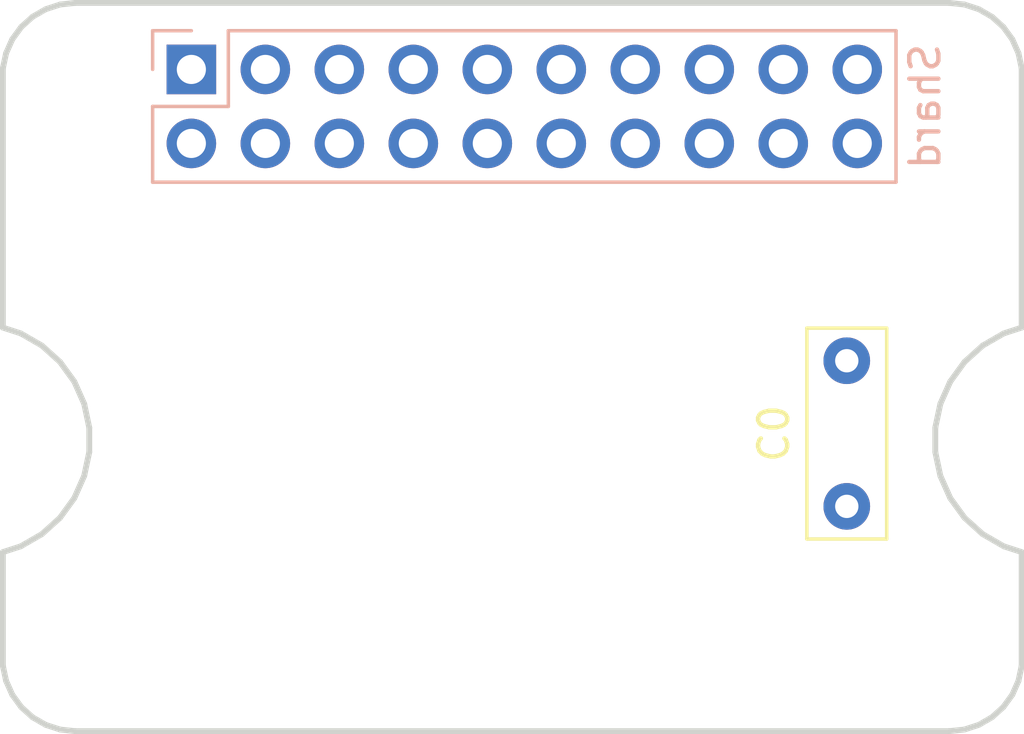
<source format=kicad_pcb>
(kicad_pcb (version 20171130) (host pcbnew "(5.0.1-3-g963ef8bb5)")

  (general
    (thickness 1.6)
    (drawings 60)
    (tracks 0)
    (zones 0)
    (modules 2)
    (nets 17)
  )

  (page A4)
  (layers
    (0 F.Cu signal)
    (31 B.Cu signal)
    (32 B.Adhes user)
    (33 F.Adhes user)
    (34 B.Paste user)
    (35 F.Paste user)
    (36 B.SilkS user)
    (37 F.SilkS user)
    (38 B.Mask user)
    (39 F.Mask user)
    (40 Dwgs.User user)
    (41 Cmts.User user)
    (42 Eco1.User user)
    (43 Eco2.User user)
    (44 Edge.Cuts user)
    (45 Margin user)
    (46 B.CrtYd user)
    (47 F.CrtYd user)
    (48 B.Fab user)
    (49 F.Fab user)
  )

  (setup
    (last_trace_width 0.25)
    (trace_clearance 0.2)
    (zone_clearance 0.508)
    (zone_45_only no)
    (trace_min 0.2)
    (segment_width 0.2)
    (edge_width 0.15)
    (via_size 0.8)
    (via_drill 0.4)
    (via_min_size 0.4)
    (via_min_drill 0.3)
    (uvia_size 0.3)
    (uvia_drill 0.1)
    (uvias_allowed no)
    (uvia_min_size 0.2)
    (uvia_min_drill 0.1)
    (pcb_text_width 0.3)
    (pcb_text_size 1.5 1.5)
    (mod_edge_width 0.15)
    (mod_text_size 1 1)
    (mod_text_width 0.15)
    (pad_size 1.524 1.524)
    (pad_drill 0.762)
    (pad_to_mask_clearance 0.051)
    (solder_mask_min_width 0.25)
    (aux_axis_origin 0 0)
    (visible_elements FFFFFF7F)
    (pcbplotparams
      (layerselection 0x010fc_ffffffff)
      (usegerberextensions false)
      (usegerberattributes false)
      (usegerberadvancedattributes false)
      (creategerberjobfile false)
      (excludeedgelayer true)
      (linewidth 0.100000)
      (plotframeref false)
      (viasonmask false)
      (mode 1)
      (useauxorigin false)
      (hpglpennumber 1)
      (hpglpenspeed 20)
      (hpglpendiameter 15.000000)
      (psnegative false)
      (psa4output false)
      (plotreference true)
      (plotvalue true)
      (plotinvisibletext false)
      (padsonsilk false)
      (subtractmaskfromsilk false)
      (outputformat 1)
      (mirror false)
      (drillshape 1)
      (scaleselection 1)
      (outputdirectory ""))
  )

  (net 0 "")
  (net 1 +3V3)
  (net 2 D+)
  (net 3 D_CS)
  (net 4 UP)
  (net 5 D_DC)
  (net 6 DOWN)
  (net 7 D_RST)
  (net 8 LEFT)
  (net 9 D_MOSI)
  (net 10 RIGHT)
  (net 11 D_SCK)
  (net 12 SND)
  (net 13 RESET)
  (net 14 BTN_C)
  (net 15 BTN_B)
  (net 16 BTN_A)

  (net_class Default "This is the default net class."
    (clearance 0.2)
    (trace_width 0.25)
    (via_dia 0.8)
    (via_drill 0.4)
    (uvia_dia 0.3)
    (uvia_drill 0.1)
    (add_net +3V3)
    (add_net BTN_A)
    (add_net BTN_B)
    (add_net BTN_C)
    (add_net D+)
    (add_net DOWN)
    (add_net D_CS)
    (add_net D_DC)
    (add_net D_MOSI)
    (add_net D_RST)
    (add_net D_SCK)
    (add_net LEFT)
    (add_net RESET)
    (add_net RIGHT)
    (add_net SND)
    (add_net UP)
  )

  (module Capacitor_THT:C_Rect_L7.0mm_W2.5mm_P5.00mm (layer F.Cu) (tedit 5AE50EF0) (tstamp 5BDBA357)
    (at 147.5 70 90)
    (descr "C, Rect series, Radial, pin pitch=5.00mm, , length*width=7*2.5mm^2, Capacitor")
    (tags "C Rect series Radial pin pitch 5.00mm  length 7mm width 2.5mm Capacitor")
    (path /5BE6947B)
    (fp_text reference C0 (at 2.5 -2.5 90) (layer F.SilkS)
      (effects (font (size 1 1) (thickness 0.15)))
    )
    (fp_text value C (at 2.5 2.5 90) (layer F.Fab)
      (effects (font (size 1 1) (thickness 0.15)))
    )
    (fp_line (start -1 -1.25) (end -1 1.25) (layer F.Fab) (width 0.1))
    (fp_line (start -1 1.25) (end 6 1.25) (layer F.Fab) (width 0.1))
    (fp_line (start 6 1.25) (end 6 -1.25) (layer F.Fab) (width 0.1))
    (fp_line (start 6 -1.25) (end -1 -1.25) (layer F.Fab) (width 0.1))
    (fp_line (start -1.12 -1.37) (end 6.12 -1.37) (layer F.SilkS) (width 0.12))
    (fp_line (start -1.12 1.37) (end 6.12 1.37) (layer F.SilkS) (width 0.12))
    (fp_line (start -1.12 -1.37) (end -1.12 1.37) (layer F.SilkS) (width 0.12))
    (fp_line (start 6.12 -1.37) (end 6.12 1.37) (layer F.SilkS) (width 0.12))
    (fp_line (start -1.25 -1.5) (end -1.25 1.5) (layer F.CrtYd) (width 0.05))
    (fp_line (start -1.25 1.5) (end 6.25 1.5) (layer F.CrtYd) (width 0.05))
    (fp_line (start 6.25 1.5) (end 6.25 -1.5) (layer F.CrtYd) (width 0.05))
    (fp_line (start 6.25 -1.5) (end -1.25 -1.5) (layer F.CrtYd) (width 0.05))
    (fp_text user %R (at 2.5 0 90) (layer F.Fab)
      (effects (font (size 1 1) (thickness 0.15)))
    )
    (pad 1 thru_hole circle (at 0 0 90) (size 1.6 1.6) (drill 0.8) (layers *.Cu *.Mask)
      (net 1 +3V3))
    (pad 2 thru_hole circle (at 5 0 90) (size 1.6 1.6) (drill 0.8) (layers *.Cu *.Mask)
      (net 2 D+))
    (model ${KISYS3DMOD}/Capacitor_THT.3dshapes/C_Rect_L7.0mm_W2.5mm_P5.00mm.wrl
      (at (xyz 0 0 0))
      (scale (xyz 1 1 1))
      (rotate (xyz 0 0 0))
    )
  )

  (module Connector_PinHeader_2.54mm:PinHeader_2x10_P2.54mm_Vertical (layer B.Cu) (tedit 5BD60583) (tstamp 5BDBA197)
    (at 125 55 270)
    (descr "Through hole straight pin header, 2x10, 2.54mm pitch, double rows")
    (tags "Through hole pin header THT 2x10 2.54mm double row")
    (path /5BE693B2)
    (fp_text reference J0 (at 1.27 2.33 270) (layer B.Fab)
      (effects (font (size 1 1) (thickness 0.15)) (justify mirror))
    )
    (fp_text value Shard (at 1.27 -25.19 270) (layer B.SilkS)
      (effects (font (size 1 1) (thickness 0.15)) (justify mirror))
    )
    (fp_line (start 0 1.27) (end 3.81 1.27) (layer B.Fab) (width 0.1))
    (fp_line (start 3.81 1.27) (end 3.81 -24.13) (layer B.Fab) (width 0.1))
    (fp_line (start 3.81 -24.13) (end -1.27 -24.13) (layer B.Fab) (width 0.1))
    (fp_line (start -1.27 -24.13) (end -1.27 0) (layer B.Fab) (width 0.1))
    (fp_line (start -1.27 0) (end 0 1.27) (layer B.Fab) (width 0.1))
    (fp_line (start -1.33 -24.19) (end 3.87 -24.19) (layer B.SilkS) (width 0.12))
    (fp_line (start -1.33 -1.27) (end -1.33 -24.19) (layer B.SilkS) (width 0.12))
    (fp_line (start 3.87 1.33) (end 3.87 -24.19) (layer B.SilkS) (width 0.12))
    (fp_line (start -1.33 -1.27) (end 1.27 -1.27) (layer B.SilkS) (width 0.12))
    (fp_line (start 1.27 -1.27) (end 1.27 1.33) (layer B.SilkS) (width 0.12))
    (fp_line (start 1.27 1.33) (end 3.87 1.33) (layer B.SilkS) (width 0.12))
    (fp_line (start -1.33 0) (end -1.33 1.33) (layer B.SilkS) (width 0.12))
    (fp_line (start -1.33 1.33) (end 0 1.33) (layer B.SilkS) (width 0.12))
    (fp_line (start -1.8 1.8) (end -1.8 -24.65) (layer B.CrtYd) (width 0.05))
    (fp_line (start -1.8 -24.65) (end 4.35 -24.65) (layer B.CrtYd) (width 0.05))
    (fp_line (start 4.35 -24.65) (end 4.35 1.8) (layer B.CrtYd) (width 0.05))
    (fp_line (start 4.35 1.8) (end -1.8 1.8) (layer B.CrtYd) (width 0.05))
    (fp_text user %R (at 1.27 -11.43 180) (layer B.Fab)
      (effects (font (size 1 1) (thickness 0.15)) (justify mirror))
    )
    (pad 1 thru_hole rect (at 0 0 270) (size 1.7 1.7) (drill 1) (layers *.Cu *.Mask)
      (net 1 +3V3))
    (pad 2 thru_hole oval (at 2.54 0 270) (size 1.7 1.7) (drill 1) (layers *.Cu *.Mask)
      (net 3 D_CS))
    (pad 3 thru_hole oval (at 0 -2.54 270) (size 1.7 1.7) (drill 1) (layers *.Cu *.Mask)
      (net 4 UP))
    (pad 4 thru_hole oval (at 2.54 -2.54 270) (size 1.7 1.7) (drill 1) (layers *.Cu *.Mask)
      (net 5 D_DC))
    (pad 5 thru_hole oval (at 0 -5.08 270) (size 1.7 1.7) (drill 1) (layers *.Cu *.Mask)
      (net 6 DOWN))
    (pad 6 thru_hole oval (at 2.54 -5.08 270) (size 1.7 1.7) (drill 1) (layers *.Cu *.Mask)
      (net 7 D_RST))
    (pad 7 thru_hole oval (at 0 -7.62 270) (size 1.7 1.7) (drill 1) (layers *.Cu *.Mask)
      (net 8 LEFT))
    (pad 8 thru_hole oval (at 2.54 -7.62 270) (size 1.7 1.7) (drill 1) (layers *.Cu *.Mask)
      (net 9 D_MOSI))
    (pad 9 thru_hole oval (at 0 -10.16 270) (size 1.7 1.7) (drill 1) (layers *.Cu *.Mask)
      (net 10 RIGHT))
    (pad 10 thru_hole oval (at 2.54 -10.16 270) (size 1.7 1.7) (drill 1) (layers *.Cu *.Mask)
      (net 11 D_SCK))
    (pad 11 thru_hole oval (at 0 -12.7 270) (size 1.7 1.7) (drill 1) (layers *.Cu *.Mask)
      (net 12 SND))
    (pad 12 thru_hole oval (at 2.54 -12.7 270) (size 1.7 1.7) (drill 1) (layers *.Cu *.Mask)
      (net 2 D+))
    (pad 13 thru_hole oval (at 0 -15.24 270) (size 1.7 1.7) (drill 1) (layers *.Cu *.Mask)
      (net 13 RESET))
    (pad 14 thru_hole oval (at 2.54 -15.24 270) (size 1.7 1.7) (drill 1) (layers *.Cu *.Mask)
      (net 2 D+))
    (pad 15 thru_hole oval (at 0 -17.78 270) (size 1.7 1.7) (drill 1) (layers *.Cu *.Mask)
      (net 14 BTN_C))
    (pad 16 thru_hole oval (at 2.54 -17.78 270) (size 1.7 1.7) (drill 1) (layers *.Cu *.Mask)
      (net 2 D+))
    (pad 17 thru_hole oval (at 0 -20.32 270) (size 1.7 1.7) (drill 1) (layers *.Cu *.Mask)
      (net 15 BTN_B))
    (pad 18 thru_hole oval (at 2.54 -20.32 270) (size 1.7 1.7) (drill 1) (layers *.Cu *.Mask)
      (net 2 D+))
    (pad 19 thru_hole oval (at 0 -22.86 270) (size 1.7 1.7) (drill 1) (layers *.Cu *.Mask)
      (net 16 BTN_A))
    (pad 20 thru_hole oval (at 2.54 -22.86 270) (size 1.7 1.7) (drill 1) (layers *.Cu *.Mask)
      (net 2 D+))
    (model ${KISYS3DMOD}/Connector_PinHeader_2.54mm.3dshapes/PinHeader_2x10_P2.54mm_Vertical.wrl
      (at (xyz 0 0 0))
      (scale (xyz 1 1 1))
      (rotate (xyz 0 0 0))
    )
  )

  (gr_line (start 119.15898 76.8889) (end 119.54738 77.2386) (layer Edge.Cuts) (width 0.2))
  (gr_line (start 150.53873 68.1342) (end 150.53873 67.298) (layer Edge.Cuts) (width 0.2))
  (gr_line (start 150.71263 68.9522) (end 150.53873 68.1342) (layer Edge.Cuts) (width 0.2))
  (gr_line (start 150.71263 66.48) (end 151.05273 65.7161) (layer Edge.Cuts) (width 0.2))
  (gr_line (start 150.53873 67.298) (end 150.71263 66.48) (layer Edge.Cuts) (width 0.2))
  (gr_line (start 151.54423 65.03957) (end 152.16563 64.48003) (layer Edge.Cuts) (width 0.2))
  (gr_line (start 151.05273 65.7161) (end 151.54423 65.03957) (layer Edge.Cuts) (width 0.2))
  (gr_line (start 118.63919 75.9886) (end 118.85178 76.4661) (layer Edge.Cuts) (width 0.2))
  (gr_line (start 152.87463 76.8889) (end 153.18193 76.4661) (layer Edge.Cuts) (width 0.2))
  (gr_line (start 152.48633 77.2386) (end 152.87463 76.8889) (layer Edge.Cuts) (width 0.2))
  (gr_line (start 119.54738 77.2386) (end 120 77.5) (layer Edge.Cuts) (width 0.2))
  (gr_line (start 153.18193 53.96612) (end 152.87463 53.54328) (layer Edge.Cuts) (width 0.2))
  (gr_line (start 153.39443 54.443563) (end 153.18193 53.96612) (layer Edge.Cuts) (width 0.2))
  (gr_line (start 153.50313 54.954793) (end 153.39443 54.443563) (layer Edge.Cuts) (width 0.2))
  (gr_line (start 118.53053 75.4774) (end 118.63919 75.9886) (layer Edge.Cuts) (width 0.2))
  (gr_line (start 118.53053 71.5695) (end 118.53053 75.4774) (layer Edge.Cuts) (width 0.2))
  (gr_line (start 119.14378 71.3703) (end 118.53053 71.5695) (layer Edge.Cuts) (width 0.2))
  (gr_line (start 119.86798 70.9522) (end 119.14378 71.3703) (layer Edge.Cuts) (width 0.2))
  (gr_line (start 120.48941 70.3926) (end 119.86798 70.9522) (layer Edge.Cuts) (width 0.2))
  (gr_line (start 120.980941 69.7161) (end 120.48941 70.3926) (layer Edge.Cuts) (width 0.2))
  (gr_line (start 121.321044 68.9522) (end 120.980941 69.7161) (layer Edge.Cuts) (width 0.2))
  (gr_line (start 121.494903 68.1342) (end 121.321044 68.9522) (layer Edge.Cuts) (width 0.2))
  (gr_line (start 121.494903 67.298) (end 121.494903 68.1342) (layer Edge.Cuts) (width 0.2))
  (gr_line (start 121.321044 66.48) (end 121.494903 67.298) (layer Edge.Cuts) (width 0.2))
  (gr_line (start 120.980941 65.7161) (end 121.321044 66.48) (layer Edge.Cuts) (width 0.2))
  (gr_line (start 120.48941 65.03957) (end 120.980941 65.7161) (layer Edge.Cuts) (width 0.2))
  (gr_line (start 119.86798 64.48003) (end 120.48941 65.03957) (layer Edge.Cuts) (width 0.2))
  (gr_line (start 119.14378 64.06191) (end 119.86798 64.48003) (layer Edge.Cuts) (width 0.2))
  (gr_line (start 118.53053 63.86266) (end 119.14378 64.06191) (layer Edge.Cuts) (width 0.2))
  (gr_line (start 118.53053 54.954793) (end 118.53053 63.86266) (layer Edge.Cuts) (width 0.2))
  (gr_line (start 118.63919 54.443563) (end 118.53053 54.954793) (layer Edge.Cuts) (width 0.2))
  (gr_line (start 118.85178 53.9661) (end 118.63919 54.443563) (layer Edge.Cuts) (width 0.2))
  (gr_line (start 119.15898 53.54328) (end 118.85178 53.9661) (layer Edge.Cuts) (width 0.2))
  (gr_line (start 119.54738 53.19356) (end 119.15898 53.54328) (layer Edge.Cuts) (width 0.2))
  (gr_line (start 120 52.93224) (end 119.54738 53.19356) (layer Edge.Cuts) (width 0.2))
  (gr_line (start 120.497055 52.77074) (end 120 52.93224) (layer Edge.Cuts) (width 0.2))
  (gr_line (start 121.01683 52.7161) (end 120.497055 52.77074) (layer Edge.Cuts) (width 0.2))
  (gr_line (start 153.50313 63.86266) (end 153.50313 54.954793) (layer Edge.Cuts) (width 0.2))
  (gr_line (start 152.88983 64.06191) (end 153.50313 63.86266) (layer Edge.Cuts) (width 0.2))
  (gr_line (start 152.16563 64.48003) (end 152.88983 64.06191) (layer Edge.Cuts) (width 0.2))
  (gr_line (start 153.50313 71.5695) (end 152.88983 71.3703) (layer Edge.Cuts) (width 0.2))
  (gr_line (start 153.50313 75.4774) (end 153.50313 71.5695) (layer Edge.Cuts) (width 0.2))
  (gr_line (start 152.16563 70.9522) (end 151.54423 70.3926) (layer Edge.Cuts) (width 0.2))
  (gr_line (start 152.88983 71.3703) (end 152.16563 70.9522) (layer Edge.Cuts) (width 0.2))
  (gr_line (start 152.03363 77.5) (end 152.48633 77.2386) (layer Edge.Cuts) (width 0.2))
  (gr_line (start 151.53663 77.6615) (end 152.03363 77.5) (layer Edge.Cuts) (width 0.2))
  (gr_line (start 151.01683 52.7161) (end 121.01683 52.7161) (layer Edge.Cuts) (width 0.2))
  (gr_line (start 151.53663 52.77074) (end 151.01683 52.7161) (layer Edge.Cuts) (width 0.2))
  (gr_line (start 152.03363 52.93224) (end 151.53663 52.77074) (layer Edge.Cuts) (width 0.2))
  (gr_line (start 152.48633 53.19356) (end 152.03363 52.93224) (layer Edge.Cuts) (width 0.2))
  (gr_line (start 152.87463 53.54328) (end 152.48633 53.19356) (layer Edge.Cuts) (width 0.2))
  (gr_line (start 151.05273 69.7161) (end 150.71263 68.9522) (layer Edge.Cuts) (width 0.2))
  (gr_line (start 151.54423 70.3926) (end 151.05273 69.7161) (layer Edge.Cuts) (width 0.2))
  (gr_line (start 118.85178 76.4661) (end 119.15898 76.8889) (layer Edge.Cuts) (width 0.2))
  (gr_line (start 151.01683 77.7161) (end 151.53663 77.6615) (layer Edge.Cuts) (width 0.2))
  (gr_line (start 121.01683 77.7161) (end 151.01683 77.7161) (layer Edge.Cuts) (width 0.2))
  (gr_line (start 120.497055 77.6615) (end 121.01683 77.7161) (layer Edge.Cuts) (width 0.2))
  (gr_line (start 153.39443 75.9886) (end 153.50313 75.4774) (layer Edge.Cuts) (width 0.2))
  (gr_line (start 153.18193 76.4661) (end 153.39443 75.9886) (layer Edge.Cuts) (width 0.2))
  (gr_line (start 120 77.5) (end 120.497055 77.6615) (layer Edge.Cuts) (width 0.2))

)

</source>
